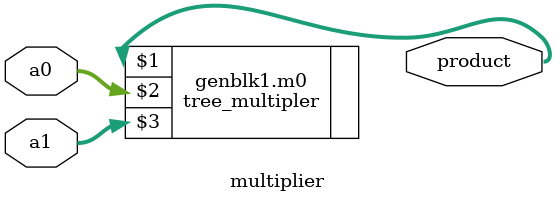
<source format=v>
module multiplier(product, a0, a1);

parameter a0_width = 8;
parameter a1_width = 8;

localparam product_width = a0_width + a1_width;

output [product_width -1: 0] product;
input [a0_width-1:0] a0;
input [a1_width-1:0] a1;

generate
	if((a0_width < 8) || (a1_width < 8))
		cla_multiplier #( a0_width, a1_width) m0 (product, a0, a1);
	else
		tree_multipler #(a0_width, a1_width) m0 (product, a0, a1);
endgenerate
endmodule

</source>
